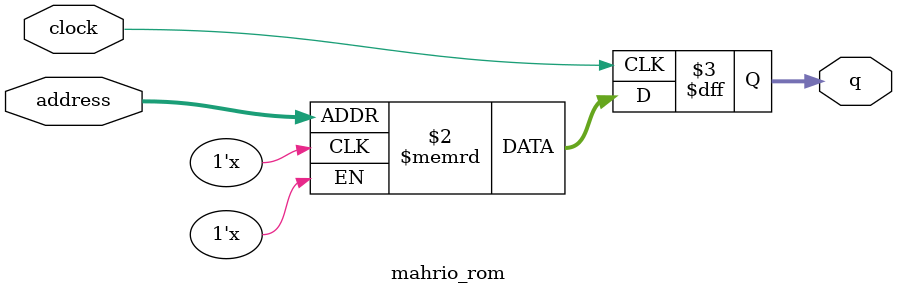
<source format=sv>
module mahrio_rom (
	input logic clock,
	input logic [18:0] address,
	output logic [2:0] q
);

logic [2:0] memory [0:339999] /* synthesis ram_init_file = "./mahrio/mahrio.mif" */;

always_ff @ (posedge clock) begin
	q <= memory[address];
end

endmodule

</source>
